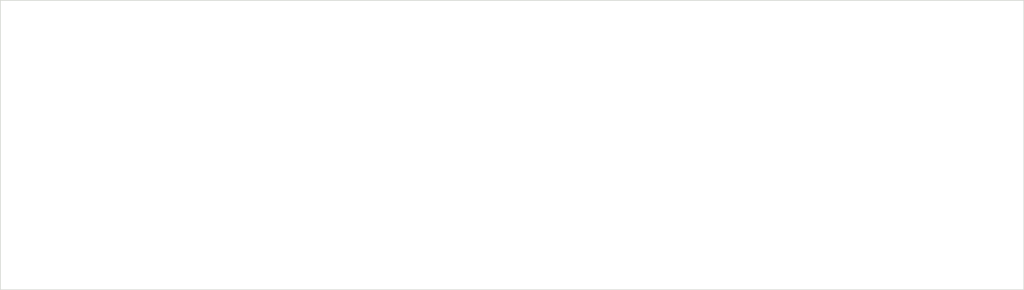
<source format=kicad_pcb>
(kicad_pcb (version 20211014) (generator pcbnew)

  (general
    (thickness 1.6)
  )

  (paper "A4")
  (layers
    (0 "F.Cu" signal)
    (31 "B.Cu" signal)
    (32 "B.Adhes" user "B.Adhesive")
    (33 "F.Adhes" user "F.Adhesive")
    (34 "B.Paste" user)
    (35 "F.Paste" user)
    (36 "B.SilkS" user "B.Silkscreen")
    (37 "F.SilkS" user "F.Silkscreen")
    (38 "B.Mask" user)
    (39 "F.Mask" user)
    (40 "Dwgs.User" user "User.Drawings")
    (41 "Cmts.User" user "User.Comments")
    (42 "Eco1.User" user "User.Eco1")
    (43 "Eco2.User" user "User.Eco2")
    (44 "Edge.Cuts" user)
    (45 "Margin" user)
    (46 "B.CrtYd" user "B.Courtyard")
    (47 "F.CrtYd" user "F.Courtyard")
    (48 "B.Fab" user)
    (49 "F.Fab" user)
    (50 "User.1" user)
    (51 "User.2" user)
    (52 "User.3" user)
    (53 "User.4" user)
    (54 "User.5" user)
    (55 "User.6" user)
    (56 "User.7" user)
    (57 "User.8" user)
    (58 "User.9" user)
  )

  (setup
    (pad_to_mask_clearance 0)
    (pcbplotparams
      (layerselection 0x00010fc_ffffffff)
      (disableapertmacros false)
      (usegerberextensions false)
      (usegerberattributes true)
      (usegerberadvancedattributes true)
      (creategerberjobfile true)
      (svguseinch false)
      (svgprecision 6)
      (excludeedgelayer true)
      (plotframeref false)
      (viasonmask false)
      (mode 1)
      (useauxorigin false)
      (hpglpennumber 1)
      (hpglpenspeed 20)
      (hpglpendiameter 15.000000)
      (dxfpolygonmode true)
      (dxfimperialunits true)
      (dxfusepcbnewfont true)
      (psnegative false)
      (psa4output false)
      (plotreference true)
      (plotvalue true)
      (plotinvisibletext false)
      (sketchpadsonfab false)
      (subtractmaskfromsilk false)
      (outputformat 1)
      (mirror false)
      (drillshape 1)
      (scaleselection 1)
      (outputdirectory "")
    )
  )

  (net 0 "")

  (gr_rect (start 43.7 44.2) (end 189.8 85.5) (layer "Edge.Cuts") (width 0.1) (fill none) (tstamp bf415ce6-dc2b-460b-820a-dd13844fe14d))

)

</source>
